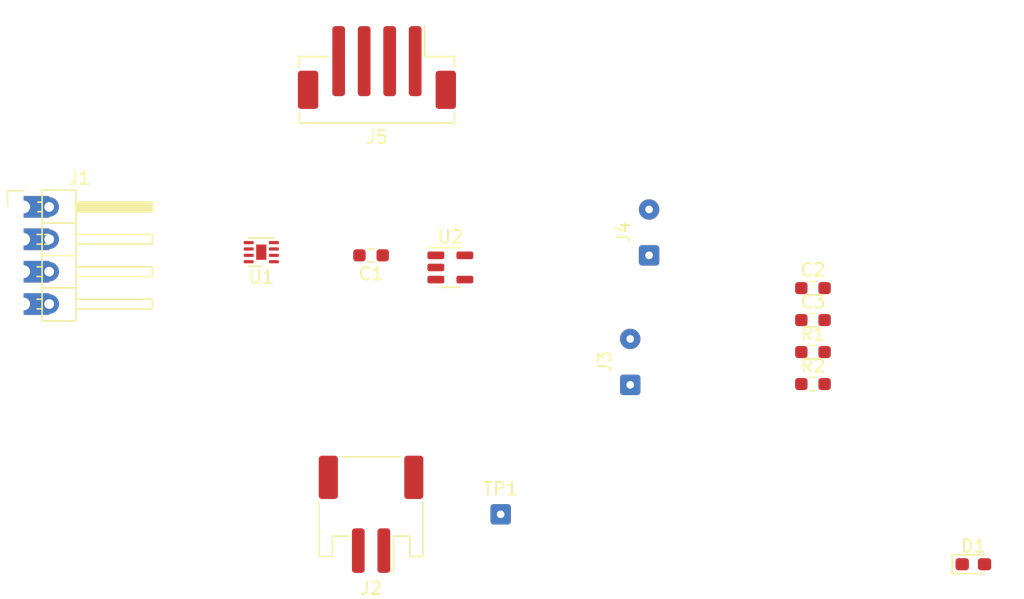
<source format=kicad_pcb>
(kicad_pcb (version 20221018) (generator pcbnew)
  (layers (0 "F.Cu" signal) (31 "B.Cu" signal) (34 "B.Paste" user) (35 "F.Paste" user) (36 "B.SilkS" user "B.Silkscreen") (37 "F.SilkS" user "F.Silkscreen") (38 "B.Mask" user) (39 "F.Mask" user) (44 "Edge.Cuts" user))
  (net 0 "")
  (net 1 "BAT")
  (net 2 "GND")
  (net 3 "VCC")
  (net 4 "Net-(D1-K)")
  (net 5 "Net-(D1-A)")
  (net 6 "SCL_PMIC")
  (net 7 "SDA_PMIC")
  (net 8 "Net-(U2-PROG)")
  (net 9 "ALERT")
  (footprint "Connector_Wire:SolderWire-0.1sqmm_1x02_P3.6mm_D0.4mm_OD1mm" (layer "F.Cu") (at 62.44 33.02 90)
    (fp_text reference "J4" (at 1.8 -2 90) (layer "F.SilkS"))
    (fp_text value "Conn_01x02_Pin")
    (pad "1" thru_hole roundrect (at 0 0 90) (size 1.6 1.6) (drill 0.6) (layers "*.Cu" "*.Mask") (roundrect_rratio 0.15625) (net 6 "SCL_PMIC"))
    (pad "2" thru_hole circle (at 3.6 0 90) (size 1.6 1.6) (drill 0.6) (layers "*.Cu" "*.Mask") (net 7 "SDA_PMIC"))
  )
  (footprint "LED_SMD:LED_0603_1608Metric_Pad1.05x0.95mm_HandSolder" (layer "F.Cu") (at 87.865 57.26)
    (fp_text reference "D1" (at 0 -1.43) (layer "F.SilkS"))
    (fp_text value "LED_Small")
    (fp_line (start -1.66 -0.735) (end -1.66 0.735) (stroke (width 0.12)) (layer "F.SilkS"))
    (fp_line (start -1.66 0.735) (end 0.8 0.735) (stroke (width 0.12)) (layer "F.SilkS"))
    (fp_line (start 0.8 -0.735) (end -1.66 -0.735) (stroke (width 0.12)) (layer "F.SilkS"))
    (pad "1" smd roundrect (at -0.875 0) (size 1.05 0.95) (layers "F.Cu" "F.Paste" "F.Mask") (net 4 "Net-(D1-K)"))
    (pad "2" smd roundrect (at 0.875 0) (size 1.05 0.95) (layers "F.Cu" "F.Paste" "F.Mask") (net 5 "Net-(D1-A)"))
  )
  (footprint "Resistor_SMD:R_0603_1608Metric_Pad0.98x0.95mm_HandSolder" (layer "F.Cu") (at 75.2875 35.59)
    (fp_text reference "C2" (at 0 -1.43) (layer "F.SilkS"))
    (fp_text value "4.7µ")
    (fp_line (start -0.254724 -0.5225) (end 0.254724 -0.5225) (stroke (width 0.12)) (layer "F.SilkS"))
    (fp_line (start -0.254724 0.5225) (end 0.254724 0.5225) (stroke (width 0.12)) (layer "F.SilkS"))
    (pad "1" smd roundrect (at -0.9125 0) (size 0.975 0.95) (layers "F.Cu" "F.Paste" "F.Mask") (net 2 "GND"))
    (pad "2" smd roundrect (at 0.9125 0) (size 0.975 0.95) (layers "F.Cu" "F.Paste" "F.Mask") (net 1 "BAT"))
  )
  (footprint "Resistor_SMD:R_0603_1608Metric_Pad0.98x0.95mm_HandSolder" (layer "F.Cu") (at 40.64 33.02 180)
    (fp_text reference "C1" (at 0 -1.43) (layer "F.SilkS"))
    (fp_text value "0.01µ")
    (fp_line (start -0.254724 -0.5225) (end 0.254724 -0.5225) (stroke (width 0.12)) (layer "F.SilkS"))
    (fp_line (start -0.254724 0.5225) (end 0.254724 0.5225) (stroke (width 0.12)) (layer "F.SilkS"))
    (pad "1" smd roundrect (at -0.9125 0 180) (size 0.975 0.95) (layers "F.Cu" "F.Paste" "F.Mask") (net 1 "BAT"))
    (pad "2" smd roundrect (at 0.9125 0 180) (size 0.975 0.95) (layers "F.Cu" "F.Paste" "F.Mask") (net 2 "GND"))
  )
  (footprint "Connector_Wire:SolderWire-0.1sqmm_1x02_P3.6mm_D0.4mm_OD1mm" (layer "F.Cu") (at 60.96 43.18 90)
    (fp_text reference "J3" (at 1.8 -2 90) (layer "F.SilkS"))
    (fp_text value "Conn_01x02_Pin")
    (pad "1" thru_hole roundrect (at 0 0 90) (size 1.6 1.6) (drill 0.6) (layers "*.Cu" "*.Mask") (roundrect_rratio 0.15625) (net 2 "GND"))
    (pad "2" thru_hole circle (at 3.6 0 90) (size 1.6 1.6) (drill 0.6) (layers "*.Cu" "*.Mask") (net 3 "VCC"))
  )
  (footprint "Castellated_PinHeaders_1x04:Castellated_PinHeader_1x04_P2.54mm" (layer "F.Cu") (at 13.405 29.22)
    (fp_text reference "J1" (at 4.385 -2.27) (layer "F.SilkS"))
    (fp_text value "Conn_01x04_Pin")
    (fp_line (start -1.27 -1.27) (end 0 -1.27) (stroke (width 0.12)) (layer "F.SilkS"))
    (fp_line (start -1.27 0) (end -1.27 -1.27) (stroke (width 0.12)) (layer "F.SilkS"))
    (fp_line (start 1.042929 2.16) (end 1.44 2.16) (stroke (width 0.12)) (layer "F.SilkS"))
    (fp_line (start 1.042929 2.92) (end 1.44 2.92) (stroke (width 0.12)) (layer "F.SilkS"))
    (fp_line (start 1.042929 4.7) (end 1.44 4.7) (stroke (width 0.12)) (layer "F.SilkS"))
    (fp_line (start 1.042929 5.46) (end 1.44 5.46) (stroke (width 0.12)) (layer "F.SilkS"))
    (fp_line (start 1.042929 7.24) (end 1.44 7.24) (stroke (width 0.12)) (layer "F.SilkS"))
    (fp_line (start 1.042929 8) (end 1.44 8) (stroke (width 0.12)) (layer "F.SilkS"))
    (fp_line (start 1.11 -0.38) (end 1.44 -0.38) (stroke (width 0.12)) (layer "F.SilkS"))
    (fp_line (start 1.11 0.38) (end 1.44 0.38) (stroke (width 0.12)) (layer "F.SilkS"))
    (fp_line (start 1.44 -1.33) (end 1.44 8.95) (stroke (width 0.12)) (layer "F.SilkS"))
    (fp_line (start 1.44 1.27) (end 4.1 1.27) (stroke (width 0.12)) (layer "F.SilkS"))
    (fp_line (start 1.44 3.81) (end 4.1 3.81) (stroke (width 0.12)) (layer "F.SilkS"))
    (fp_line (start 1.44 6.35) (end 4.1 6.35) (stroke (width 0.12)) (layer "F.SilkS"))
    (fp_line (start 1.44 8.95) (end 4.1 8.95) (stroke (width 0.12)) (layer "F.SilkS"))
    (fp_line (start 1.65 2.16) (end 1.98 2.16) (stroke (width 0.12)) (layer "F.SilkS"))
    (fp_line (start 1.65 2.92) (end 1.98 2.92) (stroke (width 0.12)) (layer "F.SilkS"))
    (fp_line (start 4.1 -1.33) (end 1.44 -1.33) (stroke (width 0.12)) (layer "F.SilkS"))
    (fp_line (start 4.1 -0.38) (end 10.1 -0.38) (stroke (width 0.12)) (layer "F.SilkS"))
    (fp_line (start 4.1 -0.32) (end 10.1 -0.32) (stroke (width 0.12)) (layer "F.SilkS"))
    (fp_line (start 4.1 -0.2) (end 10.1 -0.2) (stroke (width 0.12)) (layer "F.SilkS"))
    (fp_line (start 4.1 -0.08) (end 10.1 -0.08) (stroke (width 0.12)) (layer "F.SilkS"))
    (fp_line (start 4.1 0.04) (end 10.1 0.04) (stroke (width 0.12)) (layer "F.SilkS"))
    (fp_line (start 4.1 0.16) (end 10.1 0.16) (stroke (width 0.12)) (layer "F.SilkS"))
    (fp_line (start 4.1 0.28) (end 10.1 0.28) (stroke (width 0.12)) (layer "F.SilkS"))
    (fp_line (start 4.1 2.16) (end 10.1 2.16) (stroke (width 0.12)) (layer "F.SilkS"))
    (fp_line (start 4.1 4.7) (end 10.1 4.7) (stroke (width 0.12)) (layer "F.SilkS"))
    (fp_line (start 4.1 5.08) (end 4.1 -1.33) (stroke (width 0.12)) (layer "F.SilkS"))
    (fp_line (start 4.1 7.24) (end 10.1 7.24) (stroke (width 0.12)) (layer "F.SilkS"))
    (fp_line (start 4.1 8.95) (end 4.1 5.08) (stroke (width 0.12)) (layer "F.SilkS"))
    (fp_line (start 10.1 -0.38) (end 10.1 0.38) (stroke (width 0.12)) (layer "F.SilkS"))
    (fp_line (start 10.1 0.38) (end 4.1 0.38) (stroke (width 0.12)) (layer "F.SilkS"))
    (fp_line (start 10.1 2.16) (end 10.1 2.92) (stroke (width 0.12)) (layer "F.SilkS"))
    (fp_line (start 10.1 2.92) (end 4.1 2.92) (stroke (width 0.12)) (layer "F.SilkS"))
    (fp_line (start 10.1 4.7) (end 10.1 5.46) (stroke (width 0.12)) (layer "F.SilkS"))
    (fp_line (start 10.1 5.46) (end 4.1 5.46) (stroke (width 0.12)) (layer "F.SilkS"))
    (fp_line (start 10.1 7.24) (end 10.1 8) (stroke (width 0.12)) (layer "F.SilkS"))
    (fp_line (start 10.1 8) (end 4.1 8) (stroke (width 0.12)) (layer "F.SilkS"))
    (pad "" thru_hole circle (at 2 0) (size 1.524 1.524) (drill 0.762) (layers "*.Cu" "*.Mask"))
    (pad "" thru_hole circle (at 2 2.54) (size 1.524 1.524) (drill 0.762) (layers "*.Cu" "*.Mask"))
    (pad "" thru_hole circle (at 2 5.08) (size 1.524 1.524) (drill 0.762) (layers "*.Cu" "*.Mask"))
    (pad "" thru_hole circle (at 2 7.62) (size 1.524 1.524) (drill 0.762) (layers "*.Cu" "*.Mask"))
    (pad "1" thru_hole rect (at 0 0) (size 2 1.7) (drill 1 (offset 1 0)) (property pad_prop_castellated) (layers "*.Cu" "*.Mask") (net 2 "GND"))
    (pad "2" thru_hole rect (at 0 2.54) (size 2 1.7) (drill 1 (offset 1 0)) (property pad_prop_castellated) (layers "*.Cu" "*.Mask") (net 9 "ALERT"))
    (pad "3" thru_hole rect (at 0 5.08) (size 2 1.7) (drill 1 (offset 1 0)) (property pad_prop_castellated) (layers "*.Cu" "*.Mask") (net 6 "SCL_PMIC"))
    (pad "4" thru_hole rect (at 0 7.62) (size 2 1.7) (drill 1 (offset 1 0)) (property pad_prop_castellated) (layers "*.Cu" "*.Mask") (net 7 "SDA_PMIC"))
  )
  (footprint "Package_TO_SOT_SMD:SOT-23-5" (layer "F.Cu") (at 46.8575 33.97)
    (fp_text reference "U2" (at 0 -2.4) (layer "F.SilkS"))
    (fp_text value "MCP73832-2-OT")
    (fp_line (start 0 -1.56) (end -1.8 -1.56) (stroke (width 0.12)) (layer "F.SilkS"))
    (fp_line (start 0 -1.56) (end 0.8 -1.56) (stroke (width 0.12)) (layer "F.SilkS"))
    (fp_line (start 0 1.56) (end -0.8 1.56) (stroke (width 0.12)) (layer "F.SilkS"))
    (fp_line (start 0 1.56) (end 0.8 1.56) (stroke (width 0.12)) (layer "F.SilkS"))
    (pad "1" smd roundrect (at -1.1375 -0.95) (size 1.325 0.6) (layers "F.Cu" "F.Paste" "F.Mask") (net 5 "Net-(D1-A)"))
    (pad "2" smd roundrect (at -1.1375 0) (size 1.325 0.6) (layers "F.Cu" "F.Paste" "F.Mask") (net 2 "GND"))
    (pad "3" smd roundrect (at -1.1375 0.95) (size 1.325 0.6) (layers "F.Cu" "F.Paste" "F.Mask") (net 1 "BAT"))
    (pad "4" smd roundrect (at 1.1375 0.95) (size 1.325 0.6) (layers "F.Cu" "F.Paste" "F.Mask") (net 3 "VCC"))
    (pad "5" smd roundrect (at 1.1375 -0.95) (size 1.325 0.6) (layers "F.Cu" "F.Paste" "F.Mask") (net 8 "Net-(U2-PROG)"))
  )
  (footprint "Connector_JST:JST_PH_B4B-PH-SM4-TB_1x04-1MP_P2.00mm_Vertical" (layer "F.Cu") (at 41.1 18.28 180)
    (fp_text reference "J5" (at 0 -5.45) (layer "F.SilkS"))
    (fp_text value "Conn_01x04_Pin")
    (fp_line (start -6.085 -4.36) (end 6.085 -4.36) (stroke (width 0.12)) (layer "F.SilkS"))
    (fp_line (start -6.085 -3.51) (end -6.085 -4.36) (stroke (width 0.12)) (layer "F.SilkS"))
    (fp_line (start -6.085 0.01) (end -6.085 0.86) (stroke (width 0.12)) (layer "F.SilkS"))
    (fp_line (start -6.085 0.86) (end -3.76 0.86) (stroke (width 0.12)) (layer "F.SilkS"))
    (fp_line (start -3.76 0.86) (end -3.76 3.25) (stroke (width 0.12)) (layer "F.SilkS"))
    (fp_line (start 6.085 -4.36) (end 6.085 -3.51) (stroke (width 0.12)) (layer "F.SilkS"))
    (fp_line (start 6.085 0.01) (end 6.085 0.86) (stroke (width 0.12)) (layer "F.SilkS"))
    (fp_line (start 6.085 0.86) (end 3.76 0.86) (stroke (width 0.12)) (layer "F.SilkS"))
    (pad "1" smd roundrect (at -3 0.5 180) (size 1 5.5) (layers "F.Cu" "F.Paste" "F.Mask") (net 2 "GND"))
    (pad "2" smd roundrect (at -1 0.5 180) (size 1 5.5) (layers "F.Cu" "F.Paste" "F.Mask") (net 3 "VCC"))
    (pad "3" smd roundrect (at 1 0.5 180) (size 1 5.5) (layers "F.Cu" "F.Paste" "F.Mask") (net 6 "SCL_PMIC"))
    (pad "4" smd roundrect (at 3 0.5 180) (size 1 5.5) (layers "F.Cu" "F.Paste" "F.Mask") (net 7 "SDA_PMIC"))
    (pad "MP" smd roundrect (at -5.4 -1.75 180) (size 1.6 3) (layers "F.Cu" "F.Paste" "F.Mask") (roundrect_rratio 0.15625))
    (pad "MP" smd roundrect (at 5.4 -1.75 180) (size 1.6 3) (layers "F.Cu" "F.Paste" "F.Mask") (roundrect_rratio 0.15625))
  )
  (footprint "Connector_Wire:SolderWire-0.1sqmm_1x01_D0.4mm_OD1mm" (layer "F.Cu") (at 50.8 53.34)
    (fp_text reference "TP1" (at 0 -2) (layer "F.SilkS"))
    (fp_text value "TestPoint_Small")
    (pad "1" thru_hole roundrect (at 0 0) (size 1.6 1.6) (drill 0.6) (layers "*.Cu" "*.Mask") (roundrect_rratio 0.15625) (net 9 "ALERT"))
  )
  (footprint "Resistor_SMD:R_0603_1608Metric_Pad0.98x0.95mm_HandSolder" (layer "F.Cu") (at 75.2875 40.61)
    (fp_text reference "R1" (at 0 -1.43) (layer "F.SilkS"))
    (fp_text value "10K")
    (fp_line (start -0.254724 -0.5225) (end 0.254724 -0.5225) (stroke (width 0.12)) (layer "F.SilkS"))
    (fp_line (start -0.254724 0.5225) (end 0.254724 0.5225) (stroke (width 0.12)) (layer "F.SilkS"))
    (pad "1" smd roundrect (at -0.9125 0) (size 0.975 0.95) (layers "F.Cu" "F.Paste" "F.Mask") (net 4 "Net-(D1-K)"))
    (pad "2" smd roundrect (at 0.9125 0) (size 0.975 0.95) (layers "F.Cu" "F.Paste" "F.Mask") (net 2 "GND"))
  )
  (footprint "Connector_JST:JST_PH_S2B-PH-SM4-TB_1x02-1MP_P2.00mm_Horizontal" (layer "F.Cu") (at 40.64 53.34 180)
    (fp_text reference "J2" (at 0 -5.8) (layer "F.SilkS"))
    (fp_text value "Conn_01x02_Pin")
    (fp_line (start -4.06 -3.31) (end -3.04 -3.31) (stroke (width 0.12)) (layer "F.SilkS"))
    (fp_line (start -4.06 0.94) (end -4.06 -3.31) (stroke (width 0.12)) (layer "F.SilkS"))
    (fp_line (start -3.04 -3.31) (end -3.04 -1.71) (stroke (width 0.12)) (layer "F.SilkS"))
    (fp_line (start -3.04 -1.71) (end -1.76 -1.71) (stroke (width 0.12)) (layer "F.SilkS"))
    (fp_line (start -2.34 4.51) (end 2.34 4.51) (stroke (width 0.12)) (layer "F.SilkS"))
    (fp_line (start -1.76 -1.71) (end -1.76 -4.6) (stroke (width 0.12)) (layer "F.SilkS"))
    (fp_line (start 3.04 -3.31) (end 3.04 -1.71) (stroke (width 0.12)) (layer "F.SilkS"))
    (fp_line (start 3.04 -1.71) (end 1.76 -1.71) (stroke (width 0.12)) (layer "F.SilkS"))
    (fp_line (start 4.06 -3.31) (end 3.04 -3.31) (stroke (width 0.12)) (layer "F.SilkS"))
    (fp_line (start 4.06 0.94) (end 4.06 -3.31) (stroke (width 0.12)) (layer "F.SilkS"))
    (pad "1" smd roundrect (at -1 -2.85 180) (size 1 3.5) (layers "F.Cu" "F.Paste" "F.Mask") (net 2 "GND"))
    (pad "2" smd roundrect (at 1 -2.85 180) (size 1 3.5) (layers "F.Cu" "F.Paste" "F.Mask") (net 1 "BAT"))
    (pad "MP" smd roundrect (at -3.35 2.9 180) (size 1.5 3.4) (layers "F.Cu" "F.Paste" "F.Mask") (roundrect_rratio 0.166667))
    (pad "MP" smd roundrect (at 3.35 2.9 180) (size 1.5 3.4) (layers "F.Cu" "F.Paste" "F.Mask") (roundrect_rratio 0.166667))
  )
  (footprint "Package_DFN_QFN:TDFN-8-1EP_2x2mm_P0.5mm_EP0.8x1.2mm" (layer "F.Cu") (at 32.0325 32.77 180)
    (fp_text reference "U1" (at 0 -1.95) (layer "F.SilkS"))
    (fp_text value "MAX17048G+T10")
    (fp_line (start -1 1.11) (end 1 1.11) (stroke (width 0.12)) (layer "F.SilkS"))
    (fp_line (start 0 -1.11) (end 1 -1.11) (stroke (width 0.12)) (layer "F.SilkS"))
    (pad "1" smd roundrect (at -0.9875 -0.75 180) (size 0.775 0.25) (layers "F.Cu" "F.Paste" "F.Mask") (net 2 "GND"))
    (pad "2" smd roundrect (at -0.9875 -0.25 180) (size 0.775 0.25) (layers "F.Cu" "F.Paste" "F.Mask") (net 1 "BAT"))
    (pad "3" smd roundrect (at -0.9875 0.25 180) (size 0.775 0.25) (layers "F.Cu" "F.Paste" "F.Mask") (net 1 "BAT"))
    (pad "4" smd roundrect (at -0.9875 0.75 180) (size 0.775 0.25) (layers "F.Cu" "F.Paste" "F.Mask") (net 2 "GND"))
    (pad "5" smd roundrect (at 0.9875 0.75 180) (size 0.775 0.25) (layers "F.Cu" "F.Paste" "F.Mask") (net 9 "ALERT"))
    (pad "6" smd roundrect (at 0.9875 0.25 180) (size 0.775 0.25) (layers "F.Cu" "F.Paste" "F.Mask") (net 2 "GND"))
    (pad "7" smd roundrect (at 0.9875 -0.25 180) (size 0.775 0.25) (layers "F.Cu" "F.Paste" "F.Mask") (net 6 "SCL_PMIC"))
    (pad "8" smd roundrect (at 0.9875 -0.75 180) (size 0.775 0.25) (layers "F.Cu" "F.Paste" "F.Mask") (net 7 "SDA_PMIC"))
    (pad "9" smd rect (at 0 0 180) (size 0.8 1.2) (layers "F.Cu" "F.Mask"))
  )
  (footprint "Resistor_SMD:R_0603_1608Metric_Pad0.98x0.95mm_HandSolder" (layer "F.Cu") (at 75.2875 38.1)
    (fp_text reference "C3" (at 0 -1.43) (layer "F.SilkS"))
    (fp_text value "4.7µ")
    (fp_line (start -0.254724 -0.5225) (end 0.254724 -0.5225) (stroke (width 0.12)) (layer "F.SilkS"))
    (fp_line (start -0.254724 0.5225) (end 0.254724 0.5225) (stroke (width 0.12)) (layer "F.SilkS"))
    (pad "1" smd roundrect (at -0.9125 0) (size 0.975 0.95) (layers "F.Cu" "F.Paste" "F.Mask") (net 3 "VCC"))
    (pad "2" smd roundrect (at 0.9125 0) (size 0.975 0.95) (layers "F.Cu" "F.Paste" "F.Mask") (net 2 "GND"))
  )
  (footprint "Resistor_SMD:R_0603_1608Metric_Pad0.98x0.95mm_HandSolder" (layer "F.Cu") (at 75.2875 43.12)
    (fp_text reference "R2" (at 0 -1.43) (layer "F.SilkS"))
    (fp_text value "2K")
    (fp_line (start -0.254724 -0.5225) (end 0.254724 -0.5225) (stroke (width 0.12)) (layer "F.SilkS"))
    (fp_line (start -0.254724 0.5225) (end 0.254724 0.5225) (stroke (width 0.12)) (layer "F.SilkS"))
    (pad "1" smd roundrect (at -0.9125 0) (size 0.975 0.95) (layers "F.Cu" "F.Paste" "F.Mask") (net 2 "GND"))
    (pad "2" smd roundrect (at 0.9125 0) (size 0.975 0.95) (layers "F.Cu" "F.Paste" "F.Mask") (net 8 "Net-(U2-PROG)"))
  )
)
</source>
